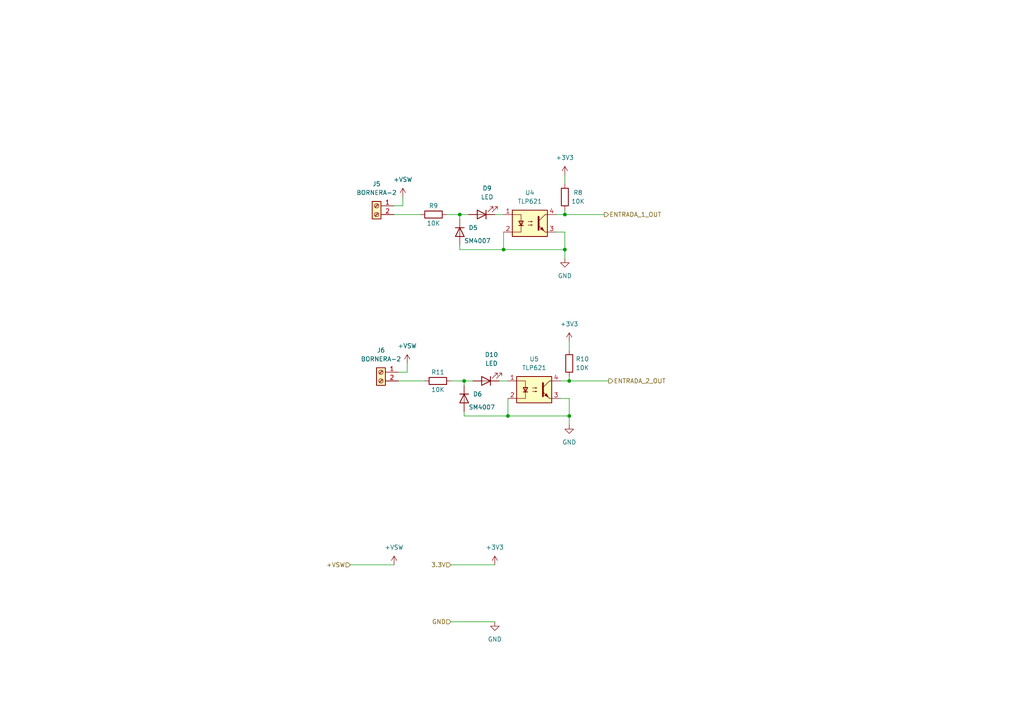
<source format=kicad_sch>
(kicad_sch (version 20211123) (generator eeschema)
  (paper "A4")
  (lib_symbols
    (symbol "Connector:Screw_Terminal_01x02" (pin_names (offset 1.016) hide)
      (property "Reference" "J" (at 0 2.54 0))
      (property "Value" "Screw_Terminal_01x02" (at 0 -5.08 0))
      (symbol "Screw_Terminal_01x02_1_1"
        (rectangle (start -1.27 1.27) (end 1.27 -3.81) (stroke (width 0.254)) (fill (type background)))
        (circle (center 0 -2.54) (radius 0.635) (stroke (width 0.1524)))
        (polyline (pts (xy -0.5334 -2.2098) (xy 0.3302 -3.048)) (stroke (width 0.1524)))
        (polyline (pts (xy -0.5334 0.3302) (xy 0.3302 -0.508)) (stroke (width 0.1524)))
        (polyline (pts (xy -0.3556 -2.032) (xy 0.508 -2.8702)) (stroke (width 0.1524)))
        (polyline (pts (xy -0.3556 0.508) (xy 0.508 -0.3302)) (stroke (width 0.1524)))
        (circle (center 0 0) (radius 0.635) (stroke (width 0.1524)))
        (pin passive line (at -5.08 0 0) (length 3.81) (name "Pin_1") (number "1"))
        (pin passive line (at -5.08 -2.54 0) (length 3.81) (name "Pin_2") (number "2"))
      )
    )
    (symbol "Device:LED" (pin_numbers hide) (pin_names (offset 1.016) hide)
      (property "Reference" "D" (at 0 2.54 0))
      (property "Value" "LED" (at 0 -2.54 0))
      (symbol "LED_0_1"
        (polyline (pts (xy -1.27 -1.27) (xy -1.27 1.27)) (stroke (width 0.254)))
        (polyline (pts (xy -1.27 0) (xy 1.27 0)))
        (polyline (pts (xy 1.27 -1.27) (xy 1.27 1.27) (xy -1.27 0) (xy 1.27 -1.27)) (stroke (width 0.254)))
        (polyline (pts (xy -3.048 -0.762) (xy -4.572 -2.286) (xy -3.81 -2.286) (xy -4.572 -2.286) (xy -4.572 -1.524)))
        (polyline (pts (xy -1.778 -0.762) (xy -3.302 -2.286) (xy -2.54 -2.286) (xy -3.302 -2.286) (xy -3.302 -1.524)))
      )
      (symbol "LED_1_1"
        (pin passive line (at -3.81 0 0) (length 2.54) (name "K") (number "1"))
        (pin passive line (at 3.81 0 180) (length 2.54) (name "A") (number "2"))
      )
    )
    (symbol "Device:R" (pin_numbers hide) (pin_names (offset 0))
      (property "Reference" "R" (at 2.032 0 90))
      (property "Value" "R" (at 0 0 90))
      (symbol "R_0_1"
        (rectangle (start -1.016 -2.54) (end 1.016 2.54) (stroke (width 0.254)))
      )
      (symbol "R_1_1"
        (pin passive line (at 0 3.81 270) (length 1.27) (name "~") (number "1"))
        (pin passive line (at 0 -3.81 90) (length 1.27) (name "~") (number "2"))
      )
    )
    (symbol "Diode:SM4007" (pin_numbers hide) (pin_names (offset 1.016) hide)
      (property "Reference" "D" (at 0 2.54 0))
      (property "Value" "SM4007" (at 0 -2.54 0))
      (symbol "SM4007_0_1"
        (polyline (pts (xy -1.27 1.27) (xy -1.27 -1.27)) (stroke (width 0.254)))
        (polyline (pts (xy 1.27 0) (xy -1.27 0)))
        (polyline (pts (xy 1.27 1.27) (xy 1.27 -1.27) (xy -1.27 0) (xy 1.27 1.27)) (stroke (width 0.254)))
      )
      (symbol "SM4007_1_1"
        (pin passive line (at -3.81 0 0) (length 2.54) (name "K") (number "1"))
        (pin passive line (at 3.81 0 180) (length 2.54) (name "A") (number "2"))
      )
    )
    (symbol "Isolator:PC817" (pin_names (offset 1.016))
      (property "Reference" "U" (at -5.08 5.08 0))
      (property "Value" "PC817" (at 0 5.08 0))
      (symbol "PC817_0_1"
        (rectangle (start -5.08 3.81) (end 5.08 -3.81) (stroke (width 0.254)) (fill (type background)))
        (polyline (pts (xy -3.175 -0.635) (xy -1.905 -0.635)) (stroke (width 0.254)))
        (polyline (pts (xy 2.54 0.635) (xy 4.445 2.54)))
        (polyline (pts (xy 4.445 -2.54) (xy 2.54 -0.635)) (fill (type outline)))
        (polyline (pts (xy 4.445 -2.54) (xy 5.08 -2.54)))
        (polyline (pts (xy 4.445 2.54) (xy 5.08 2.54)))
        (polyline (pts (xy -5.08 2.54) (xy -2.54 2.54) (xy -2.54 -0.635)))
        (polyline (pts (xy -2.54 -0.635) (xy -2.54 -2.54) (xy -5.08 -2.54)))
        (polyline (pts (xy 2.54 1.905) (xy 2.54 -1.905) (xy 2.54 -1.905)) (stroke (width 0.508)))
        (polyline (pts (xy -2.54 -0.635) (xy -3.175 0.635) (xy -1.905 0.635) (xy -2.54 -0.635)) (stroke (width 0.254)))
        (polyline (pts (xy -0.508 -0.508) (xy 0.762 -0.508) (xy 0.381 -0.635) (xy 0.381 -0.381) (xy 0.762 -0.508)))
        (polyline (pts (xy -0.508 0.508) (xy 0.762 0.508) (xy 0.381 0.381) (xy 0.381 0.635) (xy 0.762 0.508)))
        (polyline (pts (xy 3.048 -1.651) (xy 3.556 -1.143) (xy 4.064 -2.159) (xy 3.048 -1.651) (xy 3.048 -1.651)) (fill (type outline)))
      )
      (symbol "PC817_1_1"
        (pin passive line (at -7.62 2.54 0) (length 2.54) (name "~") (number "1"))
        (pin passive line (at -7.62 -2.54 0) (length 2.54) (name "~") (number "2"))
        (pin passive line (at 7.62 -2.54 180) (length 2.54) (name "~") (number "3"))
        (pin passive line (at 7.62 2.54 180) (length 2.54) (name "~") (number "4"))
      )
    )
    (symbol "power:+3.3V" (power) (pin_names (offset 0))
      (property "Value" "+3.3V" (at 0 3.556 0))
      (symbol "+3.3V_0_1"
        (polyline (pts (xy -0.762 1.27) (xy 0 2.54)))
        (polyline (pts (xy 0 0) (xy 0 2.54)))
        (polyline (pts (xy 0 2.54) (xy 0.762 1.27)))
      )
      (symbol "+3.3V_1_1"
        (pin power_in line (at 0 0 90) (length 0) hide (name "+3V3") (number "1"))
      )
    )
    (symbol "power:+VSW" (power) (pin_names (offset 0))
      (property "Value" "+VSW" (at 0 3.556 0))
      (symbol "+VSW_0_1"
        (polyline (pts (xy -0.762 1.27) (xy 0 2.54)))
        (polyline (pts (xy 0 0) (xy 0 2.54)))
        (polyline (pts (xy 0 2.54) (xy 0.762 1.27)))
      )
      (symbol "+VSW_1_1"
        (pin power_in line (at 0 0 90) (length 0) hide (name "+VSW") (number "1"))
      )
    )
    (symbol "power:GND" (power) (pin_names (offset 0))
      (property "Value" "GND" (at 0 -3.81 0))
      (symbol "GND_0_1"
        (polyline (pts (xy 0 0) (xy 0 -1.27) (xy 1.27 -1.27) (xy 0 -2.54) (xy -1.27 -1.27) (xy 0 -1.27)))
      )
      (symbol "GND_1_1"
        (pin power_in line (at 0 0 270) (length 0) hide (name "GND") (number "1"))
      )
    )
  )
  (junction (at 134.62 110.49))
  (junction (at 147.32 120.65))
  (junction (at 133.35 62.23))
  (junction (at 165.1 110.49))
  (junction (at 163.83 72.39))
  (junction (at 165.1 120.65))
  (junction (at 163.83 62.23))
  (junction (at 146.05 72.39))
  (wire (pts (xy 130.81 163.83) (xy 143.51 163.83)))
  (wire (pts (xy 161.29 67.31) (xy 163.83 67.31)))
  (wire (pts (xy 115.57 110.49) (xy 123.19 110.49)))
  (wire (pts (xy 114.3 62.23) (xy 121.92 62.23)))
  (wire (pts (xy 161.29 62.23) (xy 163.83 62.23)))
  (wire (pts (xy 134.62 110.49) (xy 134.62 111.76)))
  (wire (pts (xy 163.83 72.39) (xy 163.83 74.93)))
  (wire (pts (xy 162.56 110.49) (xy 165.1 110.49)))
  (wire (pts (xy 134.62 119.38) (xy 134.62 120.65)))
  (wire (pts (xy 144.78 110.49) (xy 147.32 110.49)))
  (wire (pts (xy 118.11 107.95) (xy 118.11 105.41)))
  (wire (pts (xy 146.05 72.39) (xy 146.05 67.31)))
  (wire (pts (xy 133.35 62.23) (xy 135.89 62.23)))
  (wire (pts (xy 162.56 115.57) (xy 165.1 115.57)))
  (wire (pts (xy 115.57 107.95) (xy 118.11 107.95)))
  (wire (pts (xy 147.32 120.65) (xy 134.62 120.65)))
  (wire (pts (xy 116.84 59.69) (xy 116.84 57.15)))
  (wire (pts (xy 101.6 163.83) (xy 114.3 163.83)))
  (wire (pts (xy 146.05 72.39) (xy 133.35 72.39)))
  (wire (pts (xy 165.1 115.57) (xy 165.1 120.65)))
  (wire (pts (xy 163.83 50.8) (xy 163.83 53.34)))
  (wire (pts (xy 165.1 110.49) (xy 176.53 110.49)))
  (wire (pts (xy 163.83 62.23) (xy 175.26 62.23)))
  (wire (pts (xy 165.1 99.06) (xy 165.1 101.6)))
  (wire (pts (xy 114.3 59.69) (xy 116.84 59.69)))
  (wire (pts (xy 130.81 110.49) (xy 134.62 110.49)))
  (wire (pts (xy 130.81 180.34) (xy 143.51 180.34)))
  (wire (pts (xy 163.83 67.31) (xy 163.83 72.39)))
  (wire (pts (xy 134.62 110.49) (xy 137.16 110.49)))
  (wire (pts (xy 146.05 72.39) (xy 163.83 72.39)))
  (wire (pts (xy 133.35 71.12) (xy 133.35 72.39)))
  (wire (pts (xy 165.1 120.65) (xy 165.1 123.19)))
  (wire (pts (xy 133.35 62.23) (xy 133.35 63.5)))
  (wire (pts (xy 129.54 62.23) (xy 133.35 62.23)))
  (wire (pts (xy 143.51 62.23) (xy 146.05 62.23)))
  (wire (pts (xy 163.83 62.23) (xy 163.83 60.96)))
  (wire (pts (xy 147.32 120.65) (xy 165.1 120.65)))
  (wire (pts (xy 165.1 110.49) (xy 165.1 109.22)))
  (wire (pts (xy 147.32 120.65) (xy 147.32 115.57)))
  (hierarchical_label "ENTRADA_1_OUT" (shape output) (at 175.26 62.23 0))
  (hierarchical_label "3.3V" (shape input) (at 130.81 163.83 180))
  (hierarchical_label "GND" (shape input) (at 130.81 180.34 180))
  (hierarchical_label "ENTRADA_2_OUT" (shape output) (at 176.53 110.49 0))
  (hierarchical_label "+VSW" (shape input) (at 101.6 163.83 180))
  (symbol (lib_id "Device:LED") (at 139.7 62.23 180) (unit 1)
    (property "Reference" "D9" (at 141.2875 54.61 0))
    (property "Value" "LED" (at 141.2875 57.15 0))
    (property "Footprint" "LED_SMD:LED_0805_2012Metric_Pad1.15x1.40mm_HandSolder" (effects hide))
  )
  (symbol (lib_id "Device:R") (at 127 110.49 90) (unit 1)
    (property "Reference" "R11" (at 127 107.95 90))
    (property "Value" "10K" (at 127 113.03 90))
    (property "Footprint" "Resistor_SMD:R_0805_2012Metric_Pad1.20x1.40mm_HandSolder" (effects hide))
  )
  (symbol (lib_id "Connector:Screw_Terminal_01x02") (at 109.22 59.69 0) (mirror y) (unit 1)
    (property "Reference" "J5" (at 109.22 53.34 0))
    (property "Value" "BORNERA-2" (at 109.22 55.88 0))
    (property "Footprint" "TerminalBlock_Phoenix:TerminalBlock_Phoenix_MKDS-1,5-2-5.08_1x02_P5.08mm_Horizontal" (effects hide))
  )
  (symbol (lib_id "Diode:SM4007") (at 134.62 115.57 270) (unit 1)
    (property "Reference" "D6" (at 137.16 114.2999 90) (effects (justify left)))
    (property "Value" "SM4007" (at 135.89 118.11 90) (effects (justify left)))
    (property "Footprint" "Diode_SMD:D_SMA_Handsoldering" (effects hide))
    (property "Datasheet" "http://cdn-reichelt.de/documents/datenblatt/A400/SMD1N400%23DIO.pdf" (effects hide))
  )
  (symbol (lib_id "Device:LED") (at 140.97 110.49 180) (unit 1)
    (property "Reference" "D10" (at 142.5575 102.87 0))
    (property "Value" "LED" (at 142.5575 105.41 0))
    (property "Footprint" "LED_SMD:LED_0805_2012Metric_Pad1.15x1.40mm_HandSolder" (effects hide))
  )
  (symbol (lib_id "power:GND") (at 165.1 123.19 0) (unit 1)
    (property "Reference" "#PWR032" (effects hide))
    (property "Value" "GND" (at 165.1 128.27 0))
  )
  (symbol (lib_id "power:+3.3V") (at 163.83 50.8 0) (unit 1)
    (property "Reference" "#PWR029" (effects hide))
    (property "Value" "+3.3V" (at 163.83 45.72 0))
  )
  (symbol (lib_id "power:GND") (at 163.83 74.93 0) (unit 1)
    (property "Reference" "#PWR030" (effects hide))
    (property "Value" "GND" (at 163.83 80.01 0))
  )
  (symbol (lib_id "Connector:Screw_Terminal_01x02") (at 110.49 107.95 0) (mirror y) (unit 1)
    (property "Reference" "J6" (at 110.49 101.6 0))
    (property "Value" "BORNERA-2" (at 110.49 104.14 0))
    (property "Footprint" "TerminalBlock_Phoenix:TerminalBlock_Phoenix_MKDS-1,5-2-5.08_1x02_P5.08mm_Horizontal" (effects hide))
  )
  (symbol (lib_id "power:+3.3V") (at 165.1 99.06 0) (unit 1)
    (property "Reference" "#PWR031" (effects hide))
    (property "Value" "+3.3V" (at 165.1 93.98 0))
  )
  (symbol (lib_id "power:+VSW") (at 116.84 57.15 0) (unit 1)
    (property "Reference" "#PWR0103" (effects hide))
    (property "Value" "+VSW" (at 116.84 52.07 0))
  )
  (symbol (lib_id "power:GND") (at 143.51 180.34 0) (unit 1)
    (property "Reference" "#PWR034" (effects hide))
    (property "Value" "GND" (at 143.51 185.42 0))
  )
  (symbol (lib_id "Device:R") (at 125.73 62.23 90) (unit 1)
    (property "Reference" "R9" (at 125.73 59.69 90))
    (property "Value" "10K" (at 125.73 64.77 90))
    (property "Footprint" "Resistor_SMD:R_0805_2012Metric_Pad1.20x1.40mm_HandSolder" (effects hide))
  )
  (symbol (lib_id "power:+3.3V") (at 143.51 163.83 0) (unit 1)
    (property "Reference" "#PWR033" (effects hide))
    (property "Value" "+3.3V" (at 143.51 158.75 0))
  )
  (symbol (lib_id "Diode:SM4007") (at 133.35 67.31 270) (unit 1)
    (property "Reference" "D5" (at 135.89 66.0399 90) (effects (justify left)))
    (property "Value" "SM4007" (at 134.62 69.85 90) (effects (justify left)))
    (property "Footprint" "Diode_SMD:D_SMA_Handsoldering" (effects hide))
    (property "Datasheet" "http://cdn-reichelt.de/documents/datenblatt/A400/SMD1N400%23DIO.pdf" (effects hide))
  )
  (symbol (lib_id "Isolator:PC817") (at 153.67 64.77 0) (unit 1)
    (property "Reference" "U4" (at 153.67 55.88 0))
    (property "Value" "TLP621" (at 153.67 58.42 0))
    (property "Footprint" "Package_DIP:DIP-4_W7.62mm" (effects hide))
    (property "Datasheet" "http://www.soselectronic.cz/a_info/resource/d/pc817.pdf" (effects hide))
  )
  (symbol (lib_id "Device:R") (at 163.83 57.15 0) (unit 1)
    (property "Reference" "R8" (at 167.64 55.88 0))
    (property "Value" "10K" (at 167.64 58.42 0))
    (property "Footprint" "Resistor_SMD:R_0805_2012Metric_Pad1.20x1.40mm_HandSolder" (effects hide))
  )
  (symbol (lib_id "Device:R") (at 165.1 105.41 0) (unit 1)
    (property "Reference" "R10" (at 168.91 104.14 0))
    (property "Value" "10K" (at 168.91 106.68 0))
    (property "Footprint" "Resistor_SMD:R_0805_2012Metric_Pad1.20x1.40mm_HandSolder" (effects hide))
  )
  (symbol (lib_id "Isolator:PC817") (at 154.94 113.03 0) (unit 1)
    (property "Reference" "U5" (at 154.94 104.14 0))
    (property "Value" "TLP621" (at 154.94 106.68 0))
    (property "Footprint" "Package_DIP:DIP-4_W7.62mm" (effects hide))
    (property "Datasheet" "http://www.soselectronic.cz/a_info/resource/d/pc817.pdf" (effects hide))
  )
  (symbol (lib_id "power:+VSW") (at 118.11 105.41 0) (unit 1)
    (property "Reference" "#PWR0104" (effects hide))
    (property "Value" "+VSW" (at 118.11 100.33 0))
  )
  (symbol (lib_id "power:+VSW") (at 114.3 163.83 0) (unit 1)
    (property "Reference" "#PWR0102" (effects hide))
    (property "Value" "+VSW" (at 114.3 158.75 0))
  )
)
</source>
